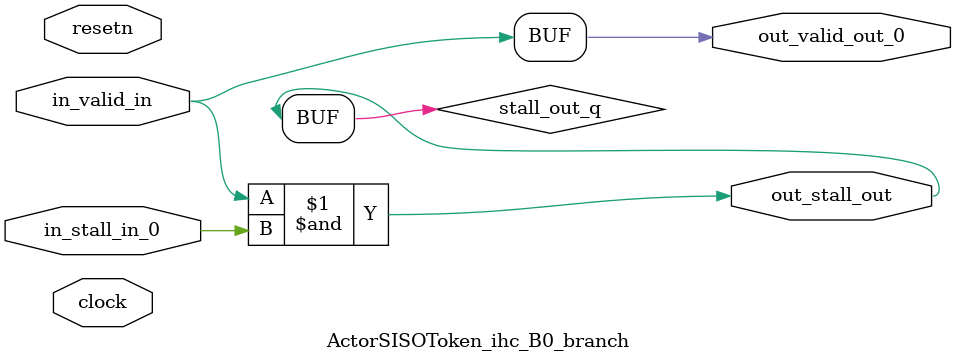
<source format=sv>



(* altera_attribute = "-name AUTO_SHIFT_REGISTER_RECOGNITION OFF; -name MESSAGE_DISABLE 10036; -name MESSAGE_DISABLE 10037; -name MESSAGE_DISABLE 14130; -name MESSAGE_DISABLE 14320; -name MESSAGE_DISABLE 15400; -name MESSAGE_DISABLE 14130; -name MESSAGE_DISABLE 10036; -name MESSAGE_DISABLE 12020; -name MESSAGE_DISABLE 12030; -name MESSAGE_DISABLE 12010; -name MESSAGE_DISABLE 12110; -name MESSAGE_DISABLE 14320; -name MESSAGE_DISABLE 13410; -name MESSAGE_DISABLE 113007; -name MESSAGE_DISABLE 10958" *)
module ActorSISOToken_ihc_B0_branch (
    input wire [0:0] in_stall_in_0,
    input wire [0:0] in_valid_in,
    output wire [0:0] out_stall_out,
    output wire [0:0] out_valid_out_0,
    input wire clock,
    input wire resetn
    );

    wire [0:0] stall_out_q;


    // stall_out(LOGICAL,6)
    assign stall_out_q = in_valid_in & in_stall_in_0;

    // out_stall_out(GPOUT,4)
    assign out_stall_out = stall_out_q;

    // out_valid_out_0(GPOUT,5)
    assign out_valid_out_0 = in_valid_in;

endmodule

</source>
